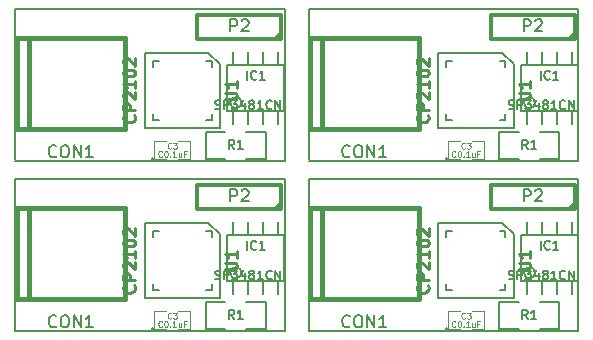
<source format=gto>
G04 (created by PCBNEW (2013-may-18)-stable) date Сб 10 янв 2015 17:31:14*
%MOIN*%
G04 Gerber Fmt 3.4, Leading zero omitted, Abs format*
%FSLAX34Y34*%
G01*
G70*
G90*
G04 APERTURE LIST*
%ADD10C,0.00590551*%
%ADD11C,0.00787402*%
%ADD12C,0.005*%
%ADD13C,0.012*%
%ADD14C,0.0059*%
%ADD15C,0.0079*%
%ADD16C,0.0039*%
%ADD17C,0.015*%
%ADD18C,0.008*%
%ADD19C,0.00985*%
%ADD20C,0.0043*%
G04 APERTURE END LIST*
G54D10*
G54D11*
X9015Y-5118D02*
X39Y-5118D01*
X9015Y-5059D02*
X9015Y-5118D01*
X18799Y-5059D02*
X18799Y-5118D01*
X18799Y-5118D02*
X9822Y-5118D01*
X39Y-5748D02*
X39Y-10748D01*
X39Y-5728D02*
X9015Y-5728D01*
X9015Y-5728D02*
X9015Y-10728D01*
X9015Y-10728D02*
X9015Y-10787D01*
X9015Y-10787D02*
X39Y-10787D01*
X18799Y-10787D02*
X9822Y-10787D01*
X18799Y-10728D02*
X18799Y-10787D01*
X18799Y-5728D02*
X18799Y-10728D01*
X9822Y-5728D02*
X18799Y-5728D01*
X9822Y-5748D02*
X9822Y-10748D01*
X9822Y-78D02*
X9822Y-5078D01*
X9822Y-59D02*
X18799Y-59D01*
X18799Y-59D02*
X18799Y-5059D01*
X9015Y-59D02*
X9015Y-5059D01*
X39Y-59D02*
X9015Y-59D01*
X39Y-78D02*
X39Y-5078D01*
G54D12*
X7101Y-7586D02*
X7101Y-9146D01*
X7101Y-9146D02*
X9001Y-9146D01*
X9001Y-9146D02*
X9001Y-7586D01*
X9001Y-7586D02*
X7101Y-7586D01*
X7301Y-7586D02*
X7301Y-7156D01*
X7801Y-7586D02*
X7801Y-7156D01*
X8301Y-7586D02*
X8301Y-7156D01*
X8801Y-7156D02*
X8801Y-7586D01*
X8801Y-9146D02*
X8801Y-9576D01*
X8301Y-9576D02*
X8301Y-9146D01*
X7801Y-9576D02*
X7801Y-9146D01*
X7301Y-9576D02*
X7301Y-9146D01*
X7577Y-8856D02*
G75*
G03X7577Y-8856I-186J0D01*
G74*
G01*
G54D13*
X8900Y-6718D02*
X6100Y-6718D01*
X6100Y-6718D02*
X6100Y-5918D01*
X6100Y-5918D02*
X8900Y-5918D01*
X8900Y-5918D02*
X8900Y-6718D01*
X8900Y-6518D02*
X8700Y-6718D01*
G54D14*
X4350Y-7184D02*
X4350Y-9704D01*
X4350Y-9704D02*
X6870Y-9704D01*
X6870Y-9704D02*
X6870Y-7578D01*
X6870Y-7578D02*
X6476Y-7184D01*
X6476Y-7184D02*
X4350Y-7184D01*
G54D15*
X6594Y-7657D02*
X6594Y-7460D01*
X6594Y-7460D02*
X6397Y-7460D01*
X6397Y-9428D02*
X6594Y-9428D01*
X6594Y-9428D02*
X6594Y-9231D01*
X4626Y-9231D02*
X4626Y-9428D01*
X4626Y-9428D02*
X4823Y-9428D01*
X4823Y-7460D02*
X4626Y-7460D01*
X4626Y-7460D02*
X4626Y-7657D01*
G54D16*
X4675Y-10733D02*
G75*
G03X4675Y-10733I-50J0D01*
G74*
G01*
X5075Y-10733D02*
X4675Y-10733D01*
X4675Y-10733D02*
X4675Y-10133D01*
X4675Y-10133D02*
X5075Y-10133D01*
X5475Y-10133D02*
X5875Y-10133D01*
X5875Y-10133D02*
X5875Y-10733D01*
X5875Y-10733D02*
X5475Y-10733D01*
G54D12*
X8381Y-10725D02*
X8381Y-9825D01*
X8381Y-9825D02*
X7731Y-9825D01*
X7031Y-10725D02*
X6381Y-10725D01*
X6381Y-10725D02*
X6381Y-9825D01*
X6381Y-9825D02*
X7031Y-9825D01*
X7731Y-10725D02*
X8381Y-10725D01*
G54D17*
X479Y-6704D02*
X479Y-9736D01*
X85Y-6704D02*
X85Y-9736D01*
X85Y-9736D02*
X3707Y-9736D01*
X3707Y-9736D02*
X3707Y-6704D01*
X3707Y-6704D02*
X85Y-6704D01*
X10262Y-6704D02*
X10262Y-9736D01*
X9868Y-6704D02*
X9868Y-9736D01*
X9868Y-9736D02*
X13490Y-9736D01*
X13490Y-9736D02*
X13490Y-6704D01*
X13490Y-6704D02*
X9868Y-6704D01*
G54D12*
X18165Y-10725D02*
X18165Y-9825D01*
X18165Y-9825D02*
X17515Y-9825D01*
X16815Y-10725D02*
X16165Y-10725D01*
X16165Y-10725D02*
X16165Y-9825D01*
X16165Y-9825D02*
X16815Y-9825D01*
X17515Y-10725D02*
X18165Y-10725D01*
G54D16*
X14459Y-10733D02*
G75*
G03X14459Y-10733I-50J0D01*
G74*
G01*
X14859Y-10733D02*
X14459Y-10733D01*
X14459Y-10733D02*
X14459Y-10133D01*
X14459Y-10133D02*
X14859Y-10133D01*
X15259Y-10133D02*
X15659Y-10133D01*
X15659Y-10133D02*
X15659Y-10733D01*
X15659Y-10733D02*
X15259Y-10733D01*
G54D14*
X14133Y-7184D02*
X14133Y-9704D01*
X14133Y-9704D02*
X16653Y-9704D01*
X16653Y-9704D02*
X16653Y-7578D01*
X16653Y-7578D02*
X16259Y-7184D01*
X16259Y-7184D02*
X14133Y-7184D01*
G54D15*
X16377Y-7657D02*
X16377Y-7460D01*
X16377Y-7460D02*
X16180Y-7460D01*
X16180Y-9428D02*
X16377Y-9428D01*
X16377Y-9428D02*
X16377Y-9231D01*
X14409Y-9231D02*
X14409Y-9428D01*
X14409Y-9428D02*
X14606Y-9428D01*
X14606Y-7460D02*
X14409Y-7460D01*
X14409Y-7460D02*
X14409Y-7657D01*
G54D13*
X18683Y-6718D02*
X15883Y-6718D01*
X15883Y-6718D02*
X15883Y-5918D01*
X15883Y-5918D02*
X18683Y-5918D01*
X18683Y-5918D02*
X18683Y-6718D01*
X18683Y-6518D02*
X18483Y-6718D01*
G54D12*
X16884Y-7586D02*
X16884Y-9146D01*
X16884Y-9146D02*
X18784Y-9146D01*
X18784Y-9146D02*
X18784Y-7586D01*
X18784Y-7586D02*
X16884Y-7586D01*
X17084Y-7586D02*
X17084Y-7156D01*
X17584Y-7586D02*
X17584Y-7156D01*
X18084Y-7586D02*
X18084Y-7156D01*
X18584Y-7156D02*
X18584Y-7586D01*
X18584Y-9146D02*
X18584Y-9576D01*
X18084Y-9576D02*
X18084Y-9146D01*
X17584Y-9576D02*
X17584Y-9146D01*
X17084Y-9576D02*
X17084Y-9146D01*
X17360Y-8856D02*
G75*
G03X17360Y-8856I-186J0D01*
G74*
G01*
X16884Y-1916D02*
X16884Y-3476D01*
X16884Y-3476D02*
X18784Y-3476D01*
X18784Y-3476D02*
X18784Y-1916D01*
X18784Y-1916D02*
X16884Y-1916D01*
X17084Y-1916D02*
X17084Y-1486D01*
X17584Y-1916D02*
X17584Y-1486D01*
X18084Y-1916D02*
X18084Y-1486D01*
X18584Y-1486D02*
X18584Y-1916D01*
X18584Y-3476D02*
X18584Y-3906D01*
X18084Y-3906D02*
X18084Y-3476D01*
X17584Y-3906D02*
X17584Y-3476D01*
X17084Y-3906D02*
X17084Y-3476D01*
X17360Y-3186D02*
G75*
G03X17360Y-3186I-186J0D01*
G74*
G01*
G54D13*
X18683Y-1049D02*
X15883Y-1049D01*
X15883Y-1049D02*
X15883Y-249D01*
X15883Y-249D02*
X18683Y-249D01*
X18683Y-249D02*
X18683Y-1049D01*
X18683Y-849D02*
X18483Y-1049D01*
G54D14*
X14133Y-1515D02*
X14133Y-4035D01*
X14133Y-4035D02*
X16653Y-4035D01*
X16653Y-4035D02*
X16653Y-1909D01*
X16653Y-1909D02*
X16259Y-1515D01*
X16259Y-1515D02*
X14133Y-1515D01*
G54D15*
X16377Y-1988D02*
X16377Y-1791D01*
X16377Y-1791D02*
X16180Y-1791D01*
X16180Y-3759D02*
X16377Y-3759D01*
X16377Y-3759D02*
X16377Y-3562D01*
X14409Y-3562D02*
X14409Y-3759D01*
X14409Y-3759D02*
X14606Y-3759D01*
X14606Y-1791D02*
X14409Y-1791D01*
X14409Y-1791D02*
X14409Y-1988D01*
G54D16*
X14459Y-5063D02*
G75*
G03X14459Y-5063I-50J0D01*
G74*
G01*
X14859Y-5063D02*
X14459Y-5063D01*
X14459Y-5063D02*
X14459Y-4463D01*
X14459Y-4463D02*
X14859Y-4463D01*
X15259Y-4463D02*
X15659Y-4463D01*
X15659Y-4463D02*
X15659Y-5063D01*
X15659Y-5063D02*
X15259Y-5063D01*
G54D12*
X18165Y-5056D02*
X18165Y-4156D01*
X18165Y-4156D02*
X17515Y-4156D01*
X16815Y-5056D02*
X16165Y-5056D01*
X16165Y-5056D02*
X16165Y-4156D01*
X16165Y-4156D02*
X16815Y-4156D01*
X17515Y-5056D02*
X18165Y-5056D01*
G54D17*
X10262Y-1034D02*
X10262Y-4066D01*
X9868Y-1034D02*
X9868Y-4066D01*
X9868Y-4066D02*
X13490Y-4066D01*
X13490Y-4066D02*
X13490Y-1034D01*
X13490Y-1034D02*
X9868Y-1034D01*
X479Y-1034D02*
X479Y-4066D01*
X85Y-1034D02*
X85Y-4066D01*
X85Y-4066D02*
X3707Y-4066D01*
X3707Y-4066D02*
X3707Y-1034D01*
X3707Y-1034D02*
X85Y-1034D01*
G54D12*
X8381Y-5056D02*
X8381Y-4156D01*
X8381Y-4156D02*
X7731Y-4156D01*
X7031Y-5056D02*
X6381Y-5056D01*
X6381Y-5056D02*
X6381Y-4156D01*
X6381Y-4156D02*
X7031Y-4156D01*
X7731Y-5056D02*
X8381Y-5056D01*
G54D16*
X4675Y-5063D02*
G75*
G03X4675Y-5063I-50J0D01*
G74*
G01*
X5075Y-5063D02*
X4675Y-5063D01*
X4675Y-5063D02*
X4675Y-4463D01*
X4675Y-4463D02*
X5075Y-4463D01*
X5475Y-4463D02*
X5875Y-4463D01*
X5875Y-4463D02*
X5875Y-5063D01*
X5875Y-5063D02*
X5475Y-5063D01*
G54D14*
X4350Y-1515D02*
X4350Y-4035D01*
X4350Y-4035D02*
X6870Y-4035D01*
X6870Y-4035D02*
X6870Y-1909D01*
X6870Y-1909D02*
X6476Y-1515D01*
X6476Y-1515D02*
X4350Y-1515D01*
G54D15*
X6594Y-1988D02*
X6594Y-1791D01*
X6594Y-1791D02*
X6397Y-1791D01*
X6397Y-3759D02*
X6594Y-3759D01*
X6594Y-3759D02*
X6594Y-3562D01*
X4626Y-3562D02*
X4626Y-3759D01*
X4626Y-3759D02*
X4823Y-3759D01*
X4823Y-1791D02*
X4626Y-1791D01*
X4626Y-1791D02*
X4626Y-1988D01*
G54D13*
X8900Y-1049D02*
X6100Y-1049D01*
X6100Y-1049D02*
X6100Y-249D01*
X6100Y-249D02*
X8900Y-249D01*
X8900Y-249D02*
X8900Y-1049D01*
X8900Y-849D02*
X8700Y-1049D01*
G54D12*
X7101Y-1916D02*
X7101Y-3476D01*
X7101Y-3476D02*
X9001Y-3476D01*
X9001Y-3476D02*
X9001Y-1916D01*
X9001Y-1916D02*
X7101Y-1916D01*
X7301Y-1916D02*
X7301Y-1486D01*
X7801Y-1916D02*
X7801Y-1486D01*
X8301Y-1916D02*
X8301Y-1486D01*
X8801Y-1486D02*
X8801Y-1916D01*
X8801Y-3476D02*
X8801Y-3906D01*
X8301Y-3906D02*
X8301Y-3476D01*
X7801Y-3906D02*
X7801Y-3476D01*
X7301Y-3906D02*
X7301Y-3476D01*
X7577Y-3186D02*
G75*
G03X7577Y-3186I-186J0D01*
G74*
G01*
G54D14*
X7763Y-8085D02*
X7763Y-7790D01*
X8072Y-8057D02*
X8058Y-8071D01*
X8016Y-8085D01*
X7987Y-8085D01*
X7945Y-8071D01*
X7917Y-8043D01*
X7903Y-8015D01*
X7889Y-7959D01*
X7889Y-7916D01*
X7903Y-7860D01*
X7917Y-7832D01*
X7945Y-7804D01*
X7987Y-7790D01*
X8016Y-7790D01*
X8058Y-7804D01*
X8072Y-7818D01*
X8353Y-8085D02*
X8184Y-8085D01*
X8268Y-8085D02*
X8268Y-7790D01*
X8240Y-7832D01*
X8212Y-7860D01*
X8184Y-7874D01*
X6699Y-9062D02*
X6741Y-9076D01*
X6811Y-9076D01*
X6840Y-9062D01*
X6854Y-9048D01*
X6868Y-9019D01*
X6868Y-8991D01*
X6854Y-8963D01*
X6840Y-8949D01*
X6811Y-8935D01*
X6755Y-8921D01*
X6727Y-8907D01*
X6713Y-8893D01*
X6699Y-8865D01*
X6699Y-8837D01*
X6713Y-8809D01*
X6727Y-8795D01*
X6755Y-8781D01*
X6825Y-8781D01*
X6868Y-8795D01*
X6994Y-9076D02*
X6994Y-8781D01*
X7106Y-8781D01*
X7135Y-8795D01*
X7149Y-8809D01*
X7163Y-8837D01*
X7163Y-8879D01*
X7149Y-8907D01*
X7135Y-8921D01*
X7106Y-8935D01*
X6994Y-8935D01*
X7261Y-8781D02*
X7444Y-8781D01*
X7345Y-8893D01*
X7387Y-8893D01*
X7415Y-8907D01*
X7430Y-8921D01*
X7444Y-8949D01*
X7444Y-9019D01*
X7430Y-9048D01*
X7415Y-9062D01*
X7387Y-9076D01*
X7303Y-9076D01*
X7275Y-9062D01*
X7261Y-9048D01*
X7696Y-8879D02*
X7696Y-9076D01*
X7626Y-8767D02*
X7556Y-8977D01*
X7739Y-8977D01*
X7893Y-8907D02*
X7865Y-8893D01*
X7851Y-8879D01*
X7837Y-8851D01*
X7837Y-8837D01*
X7851Y-8809D01*
X7865Y-8795D01*
X7893Y-8781D01*
X7949Y-8781D01*
X7977Y-8795D01*
X7991Y-8809D01*
X8005Y-8837D01*
X8005Y-8851D01*
X7991Y-8879D01*
X7977Y-8893D01*
X7949Y-8907D01*
X7893Y-8907D01*
X7865Y-8921D01*
X7851Y-8935D01*
X7837Y-8963D01*
X7837Y-9019D01*
X7851Y-9048D01*
X7865Y-9062D01*
X7893Y-9076D01*
X7949Y-9076D01*
X7977Y-9062D01*
X7991Y-9048D01*
X8005Y-9019D01*
X8005Y-8963D01*
X7991Y-8935D01*
X7977Y-8921D01*
X7949Y-8907D01*
X8286Y-9076D02*
X8118Y-9076D01*
X8202Y-9076D02*
X8202Y-8781D01*
X8174Y-8823D01*
X8146Y-8851D01*
X8118Y-8865D01*
X8581Y-9048D02*
X8567Y-9062D01*
X8525Y-9076D01*
X8497Y-9076D01*
X8455Y-9062D01*
X8427Y-9033D01*
X8413Y-9005D01*
X8399Y-8949D01*
X8399Y-8907D01*
X8413Y-8851D01*
X8427Y-8823D01*
X8455Y-8795D01*
X8497Y-8781D01*
X8525Y-8781D01*
X8567Y-8795D01*
X8581Y-8809D01*
X8708Y-9076D02*
X8708Y-8781D01*
X8876Y-9076D01*
X8876Y-8781D01*
G54D18*
X7204Y-6480D02*
X7204Y-6080D01*
X7357Y-6080D01*
X7395Y-6099D01*
X7414Y-6118D01*
X7433Y-6156D01*
X7433Y-6214D01*
X7414Y-6252D01*
X7395Y-6271D01*
X7357Y-6290D01*
X7204Y-6290D01*
X7585Y-6118D02*
X7604Y-6099D01*
X7642Y-6080D01*
X7738Y-6080D01*
X7776Y-6099D01*
X7795Y-6118D01*
X7814Y-6156D01*
X7814Y-6195D01*
X7795Y-6252D01*
X7566Y-6480D01*
X7814Y-6480D01*
G54D19*
X7029Y-8745D02*
X7348Y-8745D01*
X7386Y-8726D01*
X7404Y-8707D01*
X7423Y-8670D01*
X7423Y-8594D01*
X7404Y-8557D01*
X7386Y-8538D01*
X7348Y-8519D01*
X7029Y-8519D01*
X7423Y-8125D02*
X7423Y-8351D01*
X7423Y-8238D02*
X7029Y-8238D01*
X7085Y-8276D01*
X7123Y-8313D01*
X7142Y-8351D01*
G54D13*
G54D19*
X4000Y-9270D02*
X4018Y-9289D01*
X4037Y-9345D01*
X4037Y-9382D01*
X4018Y-9439D01*
X3981Y-9476D01*
X3943Y-9495D01*
X3868Y-9514D01*
X3812Y-9514D01*
X3737Y-9495D01*
X3699Y-9476D01*
X3662Y-9439D01*
X3643Y-9382D01*
X3643Y-9345D01*
X3662Y-9289D01*
X3681Y-9270D01*
X4037Y-9101D02*
X3643Y-9101D01*
X3643Y-8951D01*
X3662Y-8913D01*
X3681Y-8895D01*
X3718Y-8876D01*
X3775Y-8876D01*
X3812Y-8895D01*
X3831Y-8913D01*
X3850Y-8951D01*
X3850Y-9101D01*
X3681Y-8726D02*
X3662Y-8707D01*
X3643Y-8670D01*
X3643Y-8576D01*
X3662Y-8538D01*
X3681Y-8519D01*
X3718Y-8501D01*
X3756Y-8501D01*
X3812Y-8519D01*
X4037Y-8745D01*
X4037Y-8501D01*
X4037Y-8125D02*
X4037Y-8351D01*
X4037Y-8238D02*
X3643Y-8238D01*
X3699Y-8276D01*
X3737Y-8313D01*
X3756Y-8351D01*
X3643Y-7882D02*
X3643Y-7844D01*
X3662Y-7806D01*
X3681Y-7788D01*
X3718Y-7769D01*
X3793Y-7750D01*
X3887Y-7750D01*
X3962Y-7769D01*
X4000Y-7788D01*
X4018Y-7806D01*
X4037Y-7844D01*
X4037Y-7882D01*
X4018Y-7919D01*
X4000Y-7938D01*
X3962Y-7957D01*
X3887Y-7975D01*
X3793Y-7975D01*
X3718Y-7957D01*
X3681Y-7938D01*
X3662Y-7919D01*
X3643Y-7882D01*
X3681Y-7600D02*
X3662Y-7581D01*
X3643Y-7544D01*
X3643Y-7450D01*
X3662Y-7412D01*
X3681Y-7394D01*
X3718Y-7375D01*
X3756Y-7375D01*
X3812Y-7394D01*
X4037Y-7619D01*
X4037Y-7375D01*
G54D13*
G54D20*
X5242Y-10369D02*
X5233Y-10378D01*
X5205Y-10387D01*
X5186Y-10387D01*
X5158Y-10378D01*
X5139Y-10359D01*
X5130Y-10340D01*
X5120Y-10303D01*
X5120Y-10275D01*
X5130Y-10237D01*
X5139Y-10218D01*
X5158Y-10200D01*
X5186Y-10190D01*
X5205Y-10190D01*
X5233Y-10200D01*
X5242Y-10209D01*
X5308Y-10190D02*
X5430Y-10190D01*
X5364Y-10265D01*
X5392Y-10265D01*
X5411Y-10275D01*
X5420Y-10284D01*
X5430Y-10303D01*
X5430Y-10350D01*
X5420Y-10369D01*
X5411Y-10378D01*
X5392Y-10387D01*
X5336Y-10387D01*
X5317Y-10378D01*
X5308Y-10369D01*
X4928Y-10644D02*
X4919Y-10653D01*
X4890Y-10662D01*
X4872Y-10662D01*
X4844Y-10653D01*
X4825Y-10634D01*
X4815Y-10615D01*
X4806Y-10578D01*
X4806Y-10550D01*
X4815Y-10512D01*
X4825Y-10493D01*
X4844Y-10475D01*
X4872Y-10465D01*
X4890Y-10465D01*
X4919Y-10475D01*
X4928Y-10484D01*
X5050Y-10465D02*
X5069Y-10465D01*
X5087Y-10475D01*
X5097Y-10484D01*
X5106Y-10503D01*
X5116Y-10540D01*
X5116Y-10587D01*
X5106Y-10625D01*
X5097Y-10644D01*
X5087Y-10653D01*
X5069Y-10662D01*
X5050Y-10662D01*
X5031Y-10653D01*
X5022Y-10644D01*
X5012Y-10625D01*
X5003Y-10587D01*
X5003Y-10540D01*
X5012Y-10503D01*
X5022Y-10484D01*
X5031Y-10475D01*
X5050Y-10465D01*
X5200Y-10644D02*
X5209Y-10653D01*
X5200Y-10662D01*
X5191Y-10653D01*
X5200Y-10644D01*
X5200Y-10662D01*
X5397Y-10662D02*
X5284Y-10662D01*
X5341Y-10662D02*
X5341Y-10465D01*
X5322Y-10493D01*
X5303Y-10512D01*
X5284Y-10522D01*
X5566Y-10531D02*
X5566Y-10662D01*
X5481Y-10531D02*
X5481Y-10634D01*
X5491Y-10653D01*
X5510Y-10662D01*
X5538Y-10662D01*
X5557Y-10653D01*
X5566Y-10644D01*
X5725Y-10559D02*
X5660Y-10559D01*
X5660Y-10662D02*
X5660Y-10465D01*
X5754Y-10465D01*
G54D12*
X7331Y-10397D02*
X7231Y-10254D01*
X7160Y-10397D02*
X7160Y-10097D01*
X7274Y-10097D01*
X7303Y-10111D01*
X7317Y-10125D01*
X7331Y-10154D01*
X7331Y-10197D01*
X7317Y-10225D01*
X7303Y-10239D01*
X7274Y-10254D01*
X7160Y-10254D01*
X7617Y-10397D02*
X7446Y-10397D01*
X7531Y-10397D02*
X7531Y-10097D01*
X7503Y-10139D01*
X7474Y-10168D01*
X7446Y-10182D01*
G54D18*
X1404Y-10635D02*
X1385Y-10654D01*
X1327Y-10673D01*
X1289Y-10673D01*
X1232Y-10654D01*
X1194Y-10616D01*
X1175Y-10578D01*
X1156Y-10502D01*
X1156Y-10445D01*
X1175Y-10368D01*
X1194Y-10330D01*
X1232Y-10292D01*
X1289Y-10273D01*
X1327Y-10273D01*
X1385Y-10292D01*
X1404Y-10311D01*
X1651Y-10273D02*
X1727Y-10273D01*
X1765Y-10292D01*
X1804Y-10330D01*
X1823Y-10407D01*
X1823Y-10540D01*
X1804Y-10616D01*
X1765Y-10654D01*
X1727Y-10673D01*
X1651Y-10673D01*
X1613Y-10654D01*
X1575Y-10616D01*
X1556Y-10540D01*
X1556Y-10407D01*
X1575Y-10330D01*
X1613Y-10292D01*
X1651Y-10273D01*
X1994Y-10673D02*
X1994Y-10273D01*
X2223Y-10673D01*
X2223Y-10273D01*
X2623Y-10673D02*
X2394Y-10673D01*
X2508Y-10673D02*
X2508Y-10273D01*
X2470Y-10330D01*
X2432Y-10368D01*
X2394Y-10388D01*
X11187Y-10635D02*
X11168Y-10654D01*
X11111Y-10673D01*
X11073Y-10673D01*
X11016Y-10654D01*
X10977Y-10616D01*
X10958Y-10578D01*
X10939Y-10502D01*
X10939Y-10445D01*
X10958Y-10368D01*
X10977Y-10330D01*
X11016Y-10292D01*
X11073Y-10273D01*
X11111Y-10273D01*
X11168Y-10292D01*
X11187Y-10311D01*
X11435Y-10273D02*
X11511Y-10273D01*
X11549Y-10292D01*
X11587Y-10330D01*
X11606Y-10407D01*
X11606Y-10540D01*
X11587Y-10616D01*
X11549Y-10654D01*
X11511Y-10673D01*
X11435Y-10673D01*
X11397Y-10654D01*
X11358Y-10616D01*
X11339Y-10540D01*
X11339Y-10407D01*
X11358Y-10330D01*
X11397Y-10292D01*
X11435Y-10273D01*
X11777Y-10673D02*
X11777Y-10273D01*
X12006Y-10673D01*
X12006Y-10273D01*
X12406Y-10673D02*
X12177Y-10673D01*
X12292Y-10673D02*
X12292Y-10273D01*
X12254Y-10330D01*
X12216Y-10368D01*
X12177Y-10388D01*
G54D12*
X17115Y-10397D02*
X17015Y-10254D01*
X16943Y-10397D02*
X16943Y-10097D01*
X17058Y-10097D01*
X17086Y-10111D01*
X17101Y-10125D01*
X17115Y-10154D01*
X17115Y-10197D01*
X17101Y-10225D01*
X17086Y-10239D01*
X17058Y-10254D01*
X16943Y-10254D01*
X17401Y-10397D02*
X17229Y-10397D01*
X17315Y-10397D02*
X17315Y-10097D01*
X17286Y-10139D01*
X17258Y-10168D01*
X17229Y-10182D01*
G54D20*
X15026Y-10369D02*
X15016Y-10378D01*
X14988Y-10387D01*
X14969Y-10387D01*
X14941Y-10378D01*
X14923Y-10359D01*
X14913Y-10340D01*
X14904Y-10303D01*
X14904Y-10275D01*
X14913Y-10237D01*
X14923Y-10218D01*
X14941Y-10200D01*
X14969Y-10190D01*
X14988Y-10190D01*
X15016Y-10200D01*
X15026Y-10209D01*
X15091Y-10190D02*
X15213Y-10190D01*
X15148Y-10265D01*
X15176Y-10265D01*
X15195Y-10275D01*
X15204Y-10284D01*
X15213Y-10303D01*
X15213Y-10350D01*
X15204Y-10369D01*
X15195Y-10378D01*
X15176Y-10387D01*
X15120Y-10387D01*
X15101Y-10378D01*
X15091Y-10369D01*
X14711Y-10644D02*
X14702Y-10653D01*
X14674Y-10662D01*
X14655Y-10662D01*
X14627Y-10653D01*
X14608Y-10634D01*
X14599Y-10615D01*
X14590Y-10578D01*
X14590Y-10550D01*
X14599Y-10512D01*
X14608Y-10493D01*
X14627Y-10475D01*
X14655Y-10465D01*
X14674Y-10465D01*
X14702Y-10475D01*
X14711Y-10484D01*
X14833Y-10465D02*
X14852Y-10465D01*
X14871Y-10475D01*
X14880Y-10484D01*
X14890Y-10503D01*
X14899Y-10540D01*
X14899Y-10587D01*
X14890Y-10625D01*
X14880Y-10644D01*
X14871Y-10653D01*
X14852Y-10662D01*
X14833Y-10662D01*
X14815Y-10653D01*
X14805Y-10644D01*
X14796Y-10625D01*
X14787Y-10587D01*
X14787Y-10540D01*
X14796Y-10503D01*
X14805Y-10484D01*
X14815Y-10475D01*
X14833Y-10465D01*
X14984Y-10644D02*
X14993Y-10653D01*
X14984Y-10662D01*
X14974Y-10653D01*
X14984Y-10644D01*
X14984Y-10662D01*
X15181Y-10662D02*
X15068Y-10662D01*
X15124Y-10662D02*
X15124Y-10465D01*
X15105Y-10493D01*
X15087Y-10512D01*
X15068Y-10522D01*
X15349Y-10531D02*
X15349Y-10662D01*
X15265Y-10531D02*
X15265Y-10634D01*
X15274Y-10653D01*
X15293Y-10662D01*
X15321Y-10662D01*
X15340Y-10653D01*
X15349Y-10644D01*
X15509Y-10559D02*
X15443Y-10559D01*
X15443Y-10662D02*
X15443Y-10465D01*
X15537Y-10465D01*
G54D19*
X16813Y-8745D02*
X17132Y-8745D01*
X17169Y-8726D01*
X17188Y-8707D01*
X17207Y-8670D01*
X17207Y-8594D01*
X17188Y-8557D01*
X17169Y-8538D01*
X17132Y-8519D01*
X16813Y-8519D01*
X17207Y-8125D02*
X17207Y-8351D01*
X17207Y-8238D02*
X16813Y-8238D01*
X16869Y-8276D01*
X16906Y-8313D01*
X16925Y-8351D01*
G54D13*
G54D19*
X13783Y-9270D02*
X13802Y-9289D01*
X13821Y-9345D01*
X13821Y-9382D01*
X13802Y-9439D01*
X13764Y-9476D01*
X13727Y-9495D01*
X13652Y-9514D01*
X13596Y-9514D01*
X13520Y-9495D01*
X13483Y-9476D01*
X13445Y-9439D01*
X13427Y-9382D01*
X13427Y-9345D01*
X13445Y-9289D01*
X13464Y-9270D01*
X13821Y-9101D02*
X13427Y-9101D01*
X13427Y-8951D01*
X13445Y-8913D01*
X13464Y-8895D01*
X13502Y-8876D01*
X13558Y-8876D01*
X13596Y-8895D01*
X13614Y-8913D01*
X13633Y-8951D01*
X13633Y-9101D01*
X13464Y-8726D02*
X13445Y-8707D01*
X13427Y-8670D01*
X13427Y-8576D01*
X13445Y-8538D01*
X13464Y-8519D01*
X13502Y-8501D01*
X13539Y-8501D01*
X13596Y-8519D01*
X13821Y-8745D01*
X13821Y-8501D01*
X13821Y-8125D02*
X13821Y-8351D01*
X13821Y-8238D02*
X13427Y-8238D01*
X13483Y-8276D01*
X13520Y-8313D01*
X13539Y-8351D01*
X13427Y-7882D02*
X13427Y-7844D01*
X13445Y-7806D01*
X13464Y-7788D01*
X13502Y-7769D01*
X13577Y-7750D01*
X13671Y-7750D01*
X13746Y-7769D01*
X13783Y-7788D01*
X13802Y-7806D01*
X13821Y-7844D01*
X13821Y-7882D01*
X13802Y-7919D01*
X13783Y-7938D01*
X13746Y-7957D01*
X13671Y-7975D01*
X13577Y-7975D01*
X13502Y-7957D01*
X13464Y-7938D01*
X13445Y-7919D01*
X13427Y-7882D01*
X13464Y-7600D02*
X13445Y-7581D01*
X13427Y-7544D01*
X13427Y-7450D01*
X13445Y-7412D01*
X13464Y-7394D01*
X13502Y-7375D01*
X13539Y-7375D01*
X13596Y-7394D01*
X13821Y-7619D01*
X13821Y-7375D01*
G54D13*
G54D18*
X16988Y-6480D02*
X16988Y-6080D01*
X17140Y-6080D01*
X17178Y-6099D01*
X17197Y-6118D01*
X17216Y-6156D01*
X17216Y-6214D01*
X17197Y-6252D01*
X17178Y-6271D01*
X17140Y-6290D01*
X16988Y-6290D01*
X17369Y-6118D02*
X17388Y-6099D01*
X17426Y-6080D01*
X17521Y-6080D01*
X17559Y-6099D01*
X17578Y-6118D01*
X17597Y-6156D01*
X17597Y-6195D01*
X17578Y-6252D01*
X17350Y-6480D01*
X17597Y-6480D01*
G54D14*
X17546Y-8085D02*
X17546Y-7790D01*
X17855Y-8057D02*
X17841Y-8071D01*
X17799Y-8085D01*
X17771Y-8085D01*
X17729Y-8071D01*
X17701Y-8043D01*
X17687Y-8015D01*
X17673Y-7959D01*
X17673Y-7916D01*
X17687Y-7860D01*
X17701Y-7832D01*
X17729Y-7804D01*
X17771Y-7790D01*
X17799Y-7790D01*
X17841Y-7804D01*
X17855Y-7818D01*
X18136Y-8085D02*
X17968Y-8085D01*
X18052Y-8085D02*
X18052Y-7790D01*
X18024Y-7832D01*
X17996Y-7860D01*
X17968Y-7874D01*
X16483Y-9062D02*
X16525Y-9076D01*
X16595Y-9076D01*
X16623Y-9062D01*
X16637Y-9048D01*
X16651Y-9019D01*
X16651Y-8991D01*
X16637Y-8963D01*
X16623Y-8949D01*
X16595Y-8935D01*
X16539Y-8921D01*
X16511Y-8907D01*
X16497Y-8893D01*
X16483Y-8865D01*
X16483Y-8837D01*
X16497Y-8809D01*
X16511Y-8795D01*
X16539Y-8781D01*
X16609Y-8781D01*
X16651Y-8795D01*
X16778Y-9076D02*
X16778Y-8781D01*
X16890Y-8781D01*
X16918Y-8795D01*
X16932Y-8809D01*
X16946Y-8837D01*
X16946Y-8879D01*
X16932Y-8907D01*
X16918Y-8921D01*
X16890Y-8935D01*
X16778Y-8935D01*
X17044Y-8781D02*
X17227Y-8781D01*
X17129Y-8893D01*
X17171Y-8893D01*
X17199Y-8907D01*
X17213Y-8921D01*
X17227Y-8949D01*
X17227Y-9019D01*
X17213Y-9048D01*
X17199Y-9062D01*
X17171Y-9076D01*
X17087Y-9076D01*
X17058Y-9062D01*
X17044Y-9048D01*
X17480Y-8879D02*
X17480Y-9076D01*
X17410Y-8767D02*
X17339Y-8977D01*
X17522Y-8977D01*
X17677Y-8907D02*
X17648Y-8893D01*
X17634Y-8879D01*
X17620Y-8851D01*
X17620Y-8837D01*
X17634Y-8809D01*
X17648Y-8795D01*
X17677Y-8781D01*
X17733Y-8781D01*
X17761Y-8795D01*
X17775Y-8809D01*
X17789Y-8837D01*
X17789Y-8851D01*
X17775Y-8879D01*
X17761Y-8893D01*
X17733Y-8907D01*
X17677Y-8907D01*
X17648Y-8921D01*
X17634Y-8935D01*
X17620Y-8963D01*
X17620Y-9019D01*
X17634Y-9048D01*
X17648Y-9062D01*
X17677Y-9076D01*
X17733Y-9076D01*
X17761Y-9062D01*
X17775Y-9048D01*
X17789Y-9019D01*
X17789Y-8963D01*
X17775Y-8935D01*
X17761Y-8921D01*
X17733Y-8907D01*
X18070Y-9076D02*
X17901Y-9076D01*
X17986Y-9076D02*
X17986Y-8781D01*
X17958Y-8823D01*
X17929Y-8851D01*
X17901Y-8865D01*
X18365Y-9048D02*
X18351Y-9062D01*
X18309Y-9076D01*
X18281Y-9076D01*
X18238Y-9062D01*
X18210Y-9033D01*
X18196Y-9005D01*
X18182Y-8949D01*
X18182Y-8907D01*
X18196Y-8851D01*
X18210Y-8823D01*
X18238Y-8795D01*
X18281Y-8781D01*
X18309Y-8781D01*
X18351Y-8795D01*
X18365Y-8809D01*
X18491Y-9076D02*
X18491Y-8781D01*
X18660Y-9076D01*
X18660Y-8781D01*
X17546Y-2416D02*
X17546Y-2121D01*
X17855Y-2388D02*
X17841Y-2402D01*
X17799Y-2416D01*
X17771Y-2416D01*
X17729Y-2402D01*
X17701Y-2374D01*
X17687Y-2346D01*
X17673Y-2289D01*
X17673Y-2247D01*
X17687Y-2191D01*
X17701Y-2163D01*
X17729Y-2135D01*
X17771Y-2121D01*
X17799Y-2121D01*
X17841Y-2135D01*
X17855Y-2149D01*
X18136Y-2416D02*
X17968Y-2416D01*
X18052Y-2416D02*
X18052Y-2121D01*
X18024Y-2163D01*
X17996Y-2191D01*
X17968Y-2205D01*
X16483Y-3392D02*
X16525Y-3406D01*
X16595Y-3406D01*
X16623Y-3392D01*
X16637Y-3378D01*
X16651Y-3350D01*
X16651Y-3322D01*
X16637Y-3294D01*
X16623Y-3280D01*
X16595Y-3266D01*
X16539Y-3252D01*
X16511Y-3238D01*
X16497Y-3224D01*
X16483Y-3196D01*
X16483Y-3167D01*
X16497Y-3139D01*
X16511Y-3125D01*
X16539Y-3111D01*
X16609Y-3111D01*
X16651Y-3125D01*
X16778Y-3406D02*
X16778Y-3111D01*
X16890Y-3111D01*
X16918Y-3125D01*
X16932Y-3139D01*
X16946Y-3167D01*
X16946Y-3210D01*
X16932Y-3238D01*
X16918Y-3252D01*
X16890Y-3266D01*
X16778Y-3266D01*
X17044Y-3111D02*
X17227Y-3111D01*
X17129Y-3224D01*
X17171Y-3224D01*
X17199Y-3238D01*
X17213Y-3252D01*
X17227Y-3280D01*
X17227Y-3350D01*
X17213Y-3378D01*
X17199Y-3392D01*
X17171Y-3406D01*
X17087Y-3406D01*
X17058Y-3392D01*
X17044Y-3378D01*
X17480Y-3210D02*
X17480Y-3406D01*
X17410Y-3097D02*
X17339Y-3308D01*
X17522Y-3308D01*
X17677Y-3238D02*
X17648Y-3224D01*
X17634Y-3210D01*
X17620Y-3182D01*
X17620Y-3167D01*
X17634Y-3139D01*
X17648Y-3125D01*
X17677Y-3111D01*
X17733Y-3111D01*
X17761Y-3125D01*
X17775Y-3139D01*
X17789Y-3167D01*
X17789Y-3182D01*
X17775Y-3210D01*
X17761Y-3224D01*
X17733Y-3238D01*
X17677Y-3238D01*
X17648Y-3252D01*
X17634Y-3266D01*
X17620Y-3294D01*
X17620Y-3350D01*
X17634Y-3378D01*
X17648Y-3392D01*
X17677Y-3406D01*
X17733Y-3406D01*
X17761Y-3392D01*
X17775Y-3378D01*
X17789Y-3350D01*
X17789Y-3294D01*
X17775Y-3266D01*
X17761Y-3252D01*
X17733Y-3238D01*
X18070Y-3406D02*
X17901Y-3406D01*
X17986Y-3406D02*
X17986Y-3111D01*
X17958Y-3153D01*
X17929Y-3182D01*
X17901Y-3196D01*
X18365Y-3378D02*
X18351Y-3392D01*
X18309Y-3406D01*
X18281Y-3406D01*
X18238Y-3392D01*
X18210Y-3364D01*
X18196Y-3336D01*
X18182Y-3280D01*
X18182Y-3238D01*
X18196Y-3182D01*
X18210Y-3153D01*
X18238Y-3125D01*
X18281Y-3111D01*
X18309Y-3111D01*
X18351Y-3125D01*
X18365Y-3139D01*
X18491Y-3406D02*
X18491Y-3111D01*
X18660Y-3406D01*
X18660Y-3111D01*
G54D18*
X16988Y-811D02*
X16988Y-411D01*
X17140Y-411D01*
X17178Y-430D01*
X17197Y-449D01*
X17216Y-487D01*
X17216Y-544D01*
X17197Y-582D01*
X17178Y-601D01*
X17140Y-621D01*
X16988Y-621D01*
X17369Y-449D02*
X17388Y-430D01*
X17426Y-411D01*
X17521Y-411D01*
X17559Y-430D01*
X17578Y-449D01*
X17597Y-487D01*
X17597Y-525D01*
X17578Y-582D01*
X17350Y-811D01*
X17597Y-811D01*
G54D19*
X16813Y-3075D02*
X17132Y-3075D01*
X17169Y-3057D01*
X17188Y-3038D01*
X17207Y-3000D01*
X17207Y-2925D01*
X17188Y-2888D01*
X17169Y-2869D01*
X17132Y-2850D01*
X16813Y-2850D01*
X17207Y-2456D02*
X17207Y-2681D01*
X17207Y-2569D02*
X16813Y-2569D01*
X16869Y-2606D01*
X16906Y-2644D01*
X16925Y-2681D01*
G54D13*
G54D19*
X13783Y-3601D02*
X13802Y-3619D01*
X13821Y-3676D01*
X13821Y-3713D01*
X13802Y-3769D01*
X13764Y-3807D01*
X13727Y-3826D01*
X13652Y-3845D01*
X13596Y-3845D01*
X13520Y-3826D01*
X13483Y-3807D01*
X13445Y-3769D01*
X13427Y-3713D01*
X13427Y-3676D01*
X13445Y-3619D01*
X13464Y-3601D01*
X13821Y-3432D02*
X13427Y-3432D01*
X13427Y-3282D01*
X13445Y-3244D01*
X13464Y-3225D01*
X13502Y-3207D01*
X13558Y-3207D01*
X13596Y-3225D01*
X13614Y-3244D01*
X13633Y-3282D01*
X13633Y-3432D01*
X13464Y-3057D02*
X13445Y-3038D01*
X13427Y-3000D01*
X13427Y-2906D01*
X13445Y-2869D01*
X13464Y-2850D01*
X13502Y-2831D01*
X13539Y-2831D01*
X13596Y-2850D01*
X13821Y-3075D01*
X13821Y-2831D01*
X13821Y-2456D02*
X13821Y-2681D01*
X13821Y-2569D02*
X13427Y-2569D01*
X13483Y-2606D01*
X13520Y-2644D01*
X13539Y-2681D01*
X13427Y-2212D02*
X13427Y-2175D01*
X13445Y-2137D01*
X13464Y-2118D01*
X13502Y-2100D01*
X13577Y-2081D01*
X13671Y-2081D01*
X13746Y-2100D01*
X13783Y-2118D01*
X13802Y-2137D01*
X13821Y-2175D01*
X13821Y-2212D01*
X13802Y-2250D01*
X13783Y-2269D01*
X13746Y-2287D01*
X13671Y-2306D01*
X13577Y-2306D01*
X13502Y-2287D01*
X13464Y-2269D01*
X13445Y-2250D01*
X13427Y-2212D01*
X13464Y-1931D02*
X13445Y-1912D01*
X13427Y-1875D01*
X13427Y-1781D01*
X13445Y-1743D01*
X13464Y-1724D01*
X13502Y-1706D01*
X13539Y-1706D01*
X13596Y-1724D01*
X13821Y-1950D01*
X13821Y-1706D01*
G54D13*
G54D20*
X15026Y-4699D02*
X15016Y-4709D01*
X14988Y-4718D01*
X14969Y-4718D01*
X14941Y-4709D01*
X14923Y-4690D01*
X14913Y-4671D01*
X14904Y-4634D01*
X14904Y-4605D01*
X14913Y-4568D01*
X14923Y-4549D01*
X14941Y-4530D01*
X14969Y-4521D01*
X14988Y-4521D01*
X15016Y-4530D01*
X15026Y-4540D01*
X15091Y-4521D02*
X15213Y-4521D01*
X15148Y-4596D01*
X15176Y-4596D01*
X15195Y-4605D01*
X15204Y-4615D01*
X15213Y-4634D01*
X15213Y-4680D01*
X15204Y-4699D01*
X15195Y-4709D01*
X15176Y-4718D01*
X15120Y-4718D01*
X15101Y-4709D01*
X15091Y-4699D01*
X14711Y-4974D02*
X14702Y-4984D01*
X14674Y-4993D01*
X14655Y-4993D01*
X14627Y-4984D01*
X14608Y-4965D01*
X14599Y-4946D01*
X14590Y-4909D01*
X14590Y-4880D01*
X14599Y-4843D01*
X14608Y-4824D01*
X14627Y-4805D01*
X14655Y-4796D01*
X14674Y-4796D01*
X14702Y-4805D01*
X14711Y-4815D01*
X14833Y-4796D02*
X14852Y-4796D01*
X14871Y-4805D01*
X14880Y-4815D01*
X14890Y-4834D01*
X14899Y-4871D01*
X14899Y-4918D01*
X14890Y-4955D01*
X14880Y-4974D01*
X14871Y-4984D01*
X14852Y-4993D01*
X14833Y-4993D01*
X14815Y-4984D01*
X14805Y-4974D01*
X14796Y-4955D01*
X14787Y-4918D01*
X14787Y-4871D01*
X14796Y-4834D01*
X14805Y-4815D01*
X14815Y-4805D01*
X14833Y-4796D01*
X14984Y-4974D02*
X14993Y-4984D01*
X14984Y-4993D01*
X14974Y-4984D01*
X14984Y-4974D01*
X14984Y-4993D01*
X15181Y-4993D02*
X15068Y-4993D01*
X15124Y-4993D02*
X15124Y-4796D01*
X15105Y-4824D01*
X15087Y-4843D01*
X15068Y-4852D01*
X15349Y-4862D02*
X15349Y-4993D01*
X15265Y-4862D02*
X15265Y-4965D01*
X15274Y-4984D01*
X15293Y-4993D01*
X15321Y-4993D01*
X15340Y-4984D01*
X15349Y-4974D01*
X15509Y-4890D02*
X15443Y-4890D01*
X15443Y-4993D02*
X15443Y-4796D01*
X15537Y-4796D01*
G54D12*
X17115Y-4727D02*
X17015Y-4584D01*
X16943Y-4727D02*
X16943Y-4427D01*
X17058Y-4427D01*
X17086Y-4442D01*
X17101Y-4456D01*
X17115Y-4484D01*
X17115Y-4527D01*
X17101Y-4556D01*
X17086Y-4570D01*
X17058Y-4584D01*
X16943Y-4584D01*
X17401Y-4727D02*
X17229Y-4727D01*
X17315Y-4727D02*
X17315Y-4427D01*
X17286Y-4470D01*
X17258Y-4499D01*
X17229Y-4513D01*
G54D18*
X11187Y-4966D02*
X11168Y-4985D01*
X11111Y-5004D01*
X11073Y-5004D01*
X11016Y-4985D01*
X10977Y-4947D01*
X10958Y-4909D01*
X10939Y-4832D01*
X10939Y-4775D01*
X10958Y-4699D01*
X10977Y-4661D01*
X11016Y-4623D01*
X11073Y-4604D01*
X11111Y-4604D01*
X11168Y-4623D01*
X11187Y-4642D01*
X11435Y-4604D02*
X11511Y-4604D01*
X11549Y-4623D01*
X11587Y-4661D01*
X11606Y-4737D01*
X11606Y-4871D01*
X11587Y-4947D01*
X11549Y-4985D01*
X11511Y-5004D01*
X11435Y-5004D01*
X11397Y-4985D01*
X11358Y-4947D01*
X11339Y-4871D01*
X11339Y-4737D01*
X11358Y-4661D01*
X11397Y-4623D01*
X11435Y-4604D01*
X11777Y-5004D02*
X11777Y-4604D01*
X12006Y-5004D01*
X12006Y-4604D01*
X12406Y-5004D02*
X12177Y-5004D01*
X12292Y-5004D02*
X12292Y-4604D01*
X12254Y-4661D01*
X12216Y-4699D01*
X12177Y-4718D01*
X1404Y-4966D02*
X1385Y-4985D01*
X1327Y-5004D01*
X1289Y-5004D01*
X1232Y-4985D01*
X1194Y-4947D01*
X1175Y-4909D01*
X1156Y-4832D01*
X1156Y-4775D01*
X1175Y-4699D01*
X1194Y-4661D01*
X1232Y-4623D01*
X1289Y-4604D01*
X1327Y-4604D01*
X1385Y-4623D01*
X1404Y-4642D01*
X1651Y-4604D02*
X1727Y-4604D01*
X1765Y-4623D01*
X1804Y-4661D01*
X1823Y-4737D01*
X1823Y-4871D01*
X1804Y-4947D01*
X1765Y-4985D01*
X1727Y-5004D01*
X1651Y-5004D01*
X1613Y-4985D01*
X1575Y-4947D01*
X1556Y-4871D01*
X1556Y-4737D01*
X1575Y-4661D01*
X1613Y-4623D01*
X1651Y-4604D01*
X1994Y-5004D02*
X1994Y-4604D01*
X2223Y-5004D01*
X2223Y-4604D01*
X2623Y-5004D02*
X2394Y-5004D01*
X2508Y-5004D02*
X2508Y-4604D01*
X2470Y-4661D01*
X2432Y-4699D01*
X2394Y-4718D01*
G54D12*
X7331Y-4727D02*
X7231Y-4584D01*
X7160Y-4727D02*
X7160Y-4427D01*
X7274Y-4427D01*
X7303Y-4442D01*
X7317Y-4456D01*
X7331Y-4484D01*
X7331Y-4527D01*
X7317Y-4556D01*
X7303Y-4570D01*
X7274Y-4584D01*
X7160Y-4584D01*
X7617Y-4727D02*
X7446Y-4727D01*
X7531Y-4727D02*
X7531Y-4427D01*
X7503Y-4470D01*
X7474Y-4499D01*
X7446Y-4513D01*
G54D20*
X5242Y-4699D02*
X5233Y-4709D01*
X5205Y-4718D01*
X5186Y-4718D01*
X5158Y-4709D01*
X5139Y-4690D01*
X5130Y-4671D01*
X5120Y-4634D01*
X5120Y-4605D01*
X5130Y-4568D01*
X5139Y-4549D01*
X5158Y-4530D01*
X5186Y-4521D01*
X5205Y-4521D01*
X5233Y-4530D01*
X5242Y-4540D01*
X5308Y-4521D02*
X5430Y-4521D01*
X5364Y-4596D01*
X5392Y-4596D01*
X5411Y-4605D01*
X5420Y-4615D01*
X5430Y-4634D01*
X5430Y-4680D01*
X5420Y-4699D01*
X5411Y-4709D01*
X5392Y-4718D01*
X5336Y-4718D01*
X5317Y-4709D01*
X5308Y-4699D01*
X4928Y-4974D02*
X4919Y-4984D01*
X4890Y-4993D01*
X4872Y-4993D01*
X4844Y-4984D01*
X4825Y-4965D01*
X4815Y-4946D01*
X4806Y-4909D01*
X4806Y-4880D01*
X4815Y-4843D01*
X4825Y-4824D01*
X4844Y-4805D01*
X4872Y-4796D01*
X4890Y-4796D01*
X4919Y-4805D01*
X4928Y-4815D01*
X5050Y-4796D02*
X5069Y-4796D01*
X5087Y-4805D01*
X5097Y-4815D01*
X5106Y-4834D01*
X5116Y-4871D01*
X5116Y-4918D01*
X5106Y-4955D01*
X5097Y-4974D01*
X5087Y-4984D01*
X5069Y-4993D01*
X5050Y-4993D01*
X5031Y-4984D01*
X5022Y-4974D01*
X5012Y-4955D01*
X5003Y-4918D01*
X5003Y-4871D01*
X5012Y-4834D01*
X5022Y-4815D01*
X5031Y-4805D01*
X5050Y-4796D01*
X5200Y-4974D02*
X5209Y-4984D01*
X5200Y-4993D01*
X5191Y-4984D01*
X5200Y-4974D01*
X5200Y-4993D01*
X5397Y-4993D02*
X5284Y-4993D01*
X5341Y-4993D02*
X5341Y-4796D01*
X5322Y-4824D01*
X5303Y-4843D01*
X5284Y-4852D01*
X5566Y-4862D02*
X5566Y-4993D01*
X5481Y-4862D02*
X5481Y-4965D01*
X5491Y-4984D01*
X5510Y-4993D01*
X5538Y-4993D01*
X5557Y-4984D01*
X5566Y-4974D01*
X5725Y-4890D02*
X5660Y-4890D01*
X5660Y-4993D02*
X5660Y-4796D01*
X5754Y-4796D01*
G54D19*
X7029Y-3075D02*
X7348Y-3075D01*
X7386Y-3057D01*
X7404Y-3038D01*
X7423Y-3000D01*
X7423Y-2925D01*
X7404Y-2888D01*
X7386Y-2869D01*
X7348Y-2850D01*
X7029Y-2850D01*
X7423Y-2456D02*
X7423Y-2681D01*
X7423Y-2569D02*
X7029Y-2569D01*
X7085Y-2606D01*
X7123Y-2644D01*
X7142Y-2681D01*
G54D13*
G54D19*
X4000Y-3601D02*
X4018Y-3619D01*
X4037Y-3676D01*
X4037Y-3713D01*
X4018Y-3769D01*
X3981Y-3807D01*
X3943Y-3826D01*
X3868Y-3845D01*
X3812Y-3845D01*
X3737Y-3826D01*
X3699Y-3807D01*
X3662Y-3769D01*
X3643Y-3713D01*
X3643Y-3676D01*
X3662Y-3619D01*
X3681Y-3601D01*
X4037Y-3432D02*
X3643Y-3432D01*
X3643Y-3282D01*
X3662Y-3244D01*
X3681Y-3225D01*
X3718Y-3207D01*
X3775Y-3207D01*
X3812Y-3225D01*
X3831Y-3244D01*
X3850Y-3282D01*
X3850Y-3432D01*
X3681Y-3057D02*
X3662Y-3038D01*
X3643Y-3000D01*
X3643Y-2906D01*
X3662Y-2869D01*
X3681Y-2850D01*
X3718Y-2831D01*
X3756Y-2831D01*
X3812Y-2850D01*
X4037Y-3075D01*
X4037Y-2831D01*
X4037Y-2456D02*
X4037Y-2681D01*
X4037Y-2569D02*
X3643Y-2569D01*
X3699Y-2606D01*
X3737Y-2644D01*
X3756Y-2681D01*
X3643Y-2212D02*
X3643Y-2175D01*
X3662Y-2137D01*
X3681Y-2118D01*
X3718Y-2100D01*
X3793Y-2081D01*
X3887Y-2081D01*
X3962Y-2100D01*
X4000Y-2118D01*
X4018Y-2137D01*
X4037Y-2175D01*
X4037Y-2212D01*
X4018Y-2250D01*
X4000Y-2269D01*
X3962Y-2287D01*
X3887Y-2306D01*
X3793Y-2306D01*
X3718Y-2287D01*
X3681Y-2269D01*
X3662Y-2250D01*
X3643Y-2212D01*
X3681Y-1931D02*
X3662Y-1912D01*
X3643Y-1875D01*
X3643Y-1781D01*
X3662Y-1743D01*
X3681Y-1724D01*
X3718Y-1706D01*
X3756Y-1706D01*
X3812Y-1724D01*
X4037Y-1950D01*
X4037Y-1706D01*
G54D13*
G54D18*
X7204Y-811D02*
X7204Y-411D01*
X7357Y-411D01*
X7395Y-430D01*
X7414Y-449D01*
X7433Y-487D01*
X7433Y-544D01*
X7414Y-582D01*
X7395Y-601D01*
X7357Y-621D01*
X7204Y-621D01*
X7585Y-449D02*
X7604Y-430D01*
X7642Y-411D01*
X7738Y-411D01*
X7776Y-430D01*
X7795Y-449D01*
X7814Y-487D01*
X7814Y-525D01*
X7795Y-582D01*
X7566Y-811D01*
X7814Y-811D01*
G54D14*
X7763Y-2416D02*
X7763Y-2121D01*
X8072Y-2388D02*
X8058Y-2402D01*
X8016Y-2416D01*
X7987Y-2416D01*
X7945Y-2402D01*
X7917Y-2374D01*
X7903Y-2346D01*
X7889Y-2289D01*
X7889Y-2247D01*
X7903Y-2191D01*
X7917Y-2163D01*
X7945Y-2135D01*
X7987Y-2121D01*
X8016Y-2121D01*
X8058Y-2135D01*
X8072Y-2149D01*
X8353Y-2416D02*
X8184Y-2416D01*
X8268Y-2416D02*
X8268Y-2121D01*
X8240Y-2163D01*
X8212Y-2191D01*
X8184Y-2205D01*
X6699Y-3392D02*
X6741Y-3406D01*
X6811Y-3406D01*
X6840Y-3392D01*
X6854Y-3378D01*
X6868Y-3350D01*
X6868Y-3322D01*
X6854Y-3294D01*
X6840Y-3280D01*
X6811Y-3266D01*
X6755Y-3252D01*
X6727Y-3238D01*
X6713Y-3224D01*
X6699Y-3196D01*
X6699Y-3167D01*
X6713Y-3139D01*
X6727Y-3125D01*
X6755Y-3111D01*
X6825Y-3111D01*
X6868Y-3125D01*
X6994Y-3406D02*
X6994Y-3111D01*
X7106Y-3111D01*
X7135Y-3125D01*
X7149Y-3139D01*
X7163Y-3167D01*
X7163Y-3210D01*
X7149Y-3238D01*
X7135Y-3252D01*
X7106Y-3266D01*
X6994Y-3266D01*
X7261Y-3111D02*
X7444Y-3111D01*
X7345Y-3224D01*
X7387Y-3224D01*
X7415Y-3238D01*
X7430Y-3252D01*
X7444Y-3280D01*
X7444Y-3350D01*
X7430Y-3378D01*
X7415Y-3392D01*
X7387Y-3406D01*
X7303Y-3406D01*
X7275Y-3392D01*
X7261Y-3378D01*
X7696Y-3210D02*
X7696Y-3406D01*
X7626Y-3097D02*
X7556Y-3308D01*
X7739Y-3308D01*
X7893Y-3238D02*
X7865Y-3224D01*
X7851Y-3210D01*
X7837Y-3182D01*
X7837Y-3167D01*
X7851Y-3139D01*
X7865Y-3125D01*
X7893Y-3111D01*
X7949Y-3111D01*
X7977Y-3125D01*
X7991Y-3139D01*
X8005Y-3167D01*
X8005Y-3182D01*
X7991Y-3210D01*
X7977Y-3224D01*
X7949Y-3238D01*
X7893Y-3238D01*
X7865Y-3252D01*
X7851Y-3266D01*
X7837Y-3294D01*
X7837Y-3350D01*
X7851Y-3378D01*
X7865Y-3392D01*
X7893Y-3406D01*
X7949Y-3406D01*
X7977Y-3392D01*
X7991Y-3378D01*
X8005Y-3350D01*
X8005Y-3294D01*
X7991Y-3266D01*
X7977Y-3252D01*
X7949Y-3238D01*
X8286Y-3406D02*
X8118Y-3406D01*
X8202Y-3406D02*
X8202Y-3111D01*
X8174Y-3153D01*
X8146Y-3182D01*
X8118Y-3196D01*
X8581Y-3378D02*
X8567Y-3392D01*
X8525Y-3406D01*
X8497Y-3406D01*
X8455Y-3392D01*
X8427Y-3364D01*
X8413Y-3336D01*
X8399Y-3280D01*
X8399Y-3238D01*
X8413Y-3182D01*
X8427Y-3153D01*
X8455Y-3125D01*
X8497Y-3111D01*
X8525Y-3111D01*
X8567Y-3125D01*
X8581Y-3139D01*
X8708Y-3406D02*
X8708Y-3111D01*
X8876Y-3406D01*
X8876Y-3111D01*
M02*

</source>
